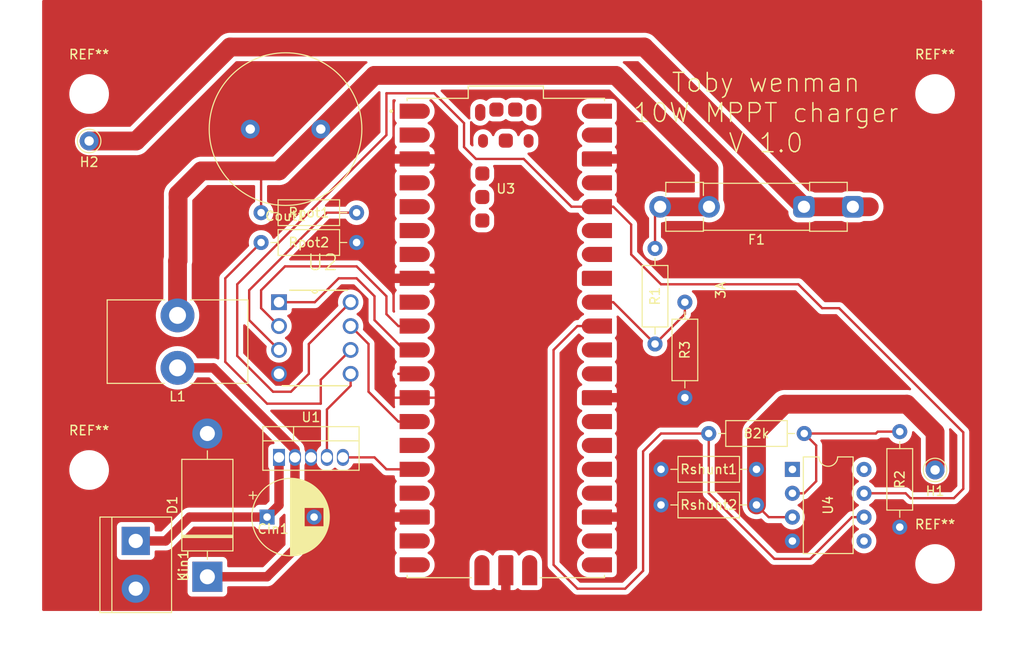
<source format=kicad_pcb>
(kicad_pcb (version 20211014) (generator pcbnew)
  (layers (0 "F.Cu" signal) (31 "B.Cu" signal) (34 "B.Paste" user) (35 "F.Paste" user) (36 "B.SilkS" user "B.Silkscreen") (37 "F.SilkS" user "F.Silkscreen") (38 "B.Mask" user) (39 "F.Mask" user) (44 "Edge.Cuts" user))
  (net 0 "")
  (net 1 "Net-(Cin1-Pad1)")
  (net 2 "GND")
  (net 3 "Vout")
  (net 4 "Net-(D1-Pad1)")
  (net 5 "+BATT")
  (net 6 "Net-(Rpot1-Pad2)")
  (net 7 "Net-(Rpot2-Pad2)")
  (net 8 "Net-(U1-Pad4)")
  (net 9 "Net-(U1-Pad5)")
  (net 10 "Net-(U2-Pad2)")
  (net 11 "Net-(U2-Pad7)")
  (net 12 "+3.3V")
  (net 29 "Net-(R1-Pad1)")
  (net 46 "Net-(U3-PadA)")
  (net 47 "Net-(R2-Pad2)")
  (net 48 "Net-(Rf1-Pad1)")
  (net 49 "-BATT")
  (net 54 "unconnected-(U3-Pad12)")
  (net 55 "Net-(U2-Pad1)")
  (footprint "Fuse:Fuseholder_Clip-5x20mm_Littelfuse_445-030_Inline_P20.50x5.20mm_D1.30mm_Horizontal" (layer "F.Cu") (at 137.25 47 180)
    (fp_text reference "F1")
    (fp_text value "Fuse")
  )
  (footprint "Package_DIP:DIP-8_W7.62mm" (layer "F.Cu") (at 130.82 74.94)
    (fp_text reference "U4")
    (fp_text value "MCP601-xP")
  )
  (footprint "X9C103P:DIP254P762X533-8" (layer "F.Cu") (at 83.82 64.77)
    (fp_text reference "U2")
    (fp_text value "X9C103P")
  )
  (footprint "MountingHole:MountingHole_3.2mm_M3" (layer "F.Cu") (at 146 85)
    (fp_text reference "REF**")
    (fp_text value "MountingHole_3.2mm_M3")
  )
  (footprint "MountingHole:MountingHole_3.2mm_M3" (layer "F.Cu") (at 56 35)
    (fp_text reference "REF**")
    (fp_text value "MountingHole_3.2mm_M3")
  )
  (footprint "Resistor_THT:R_Axial_DIN0207_L6.3mm_D2.5mm_P10.16mm_Horizontal" (layer "F.Cu") (at 121.92 71.12)
    (fp_text reference "Rf1" hide)
    (fp_text value "82k")
  )
  (footprint "SC0915:MODULE_SC0915" (layer "F.Cu") (at 100.33 60.96)
    (fp_text reference "U3")
    (fp_text value "SC0915")
  )
  (footprint "Connector_Pin:Pin_D1.0mm_L10.0mm" (layer "F.Cu") (at 146 75)
    (fp_text reference "H1")
    (fp_text value "MountingHole_Pad")
  )
  (footprint "Inductor_THT:L_Toroid_Vertical_L14.7mm_W8.6mm_P5.58mm_Pulse_KM-1" (layer "F.Cu") (at 65.405 64.135 180)
    (fp_text reference "L1")
    (fp_text value "100uF")
  )
  (footprint "Capacitor_THT:CP_Radial_D8.0mm_P5.00mm" (layer "F.Cu") (at 74.93 80.01)
    (fp_text reference "Cin1")
    (fp_text value "100uF")
  )
  (footprint "MountingHole:MountingHole_3.2mm_M3" (layer "F.Cu") (at 56 75)
    (fp_text reference "REF**")
    (fp_text value "MountingHole_3.2mm_M3")
  )
  (footprint "Resistor_THT:R_Axial_DIN0207_L6.3mm_D2.5mm_P10.16mm_Horizontal" (layer "F.Cu") (at 127 78.72 180)
    (fp_text reference "Rshunt2")
    (fp_text value "0R1")
  )
  (footprint "Diode_THT:D_DO-201AD_P15.24mm_Horizontal" (layer "F.Cu") (at 68.58 86.36 90)
    (fp_text reference "D1")
    (fp_text value "1N5822")
  )
  (footprint "Resistor_THT:R_Axial_DIN0207_L6.3mm_D2.5mm_P10.16mm_Horizontal" (layer "F.Cu") (at 116.205 61.595 90)
    (fp_text reference "R1")
    (fp_text value "1k8")
  )
  (footprint "MountingHole:MountingHole_3.2mm_M3" (layer "F.Cu") (at 146 35)
    (fp_text reference "REF**")
    (fp_text value "MountingHole_3.2mm_M3")
  )
  (footprint "Resistor_THT:R_Axial_DIN0207_L6.3mm_D2.5mm_P10.16mm_Horizontal" (layer "F.Cu") (at 127 74.93 180)
    (fp_text reference "Rshunt1")
    (fp_text value "0R1")
  )
  (footprint "Resistor_THT:R_Axial_DIN0207_L6.3mm_D2.5mm_P10.16mm_Horizontal" (layer "F.Cu") (at 74.295 47.625)
    (fp_text reference "Rpot1")
    (fp_text value "12k5")
  )
  (footprint "Package_TO_SOT_THT:TO-220-5_Vertical" (layer "F.Cu") (at 76.2 73.66)
    (fp_text reference "U1")
    (fp_text value "LM2576T-ADJ")
  )
  (footprint "Resistor_THT:R_Axial_DIN0207_L6.3mm_D2.5mm_P10.16mm_Horizontal" (layer "F.Cu") (at 84.455 50.8 180)
    (fp_text reference "Rpot2")
    (fp_text value "10k")
  )
  (footprint "Resistor_THT:R_Axial_DIN0207_L6.3mm_D2.5mm_P10.16mm_Horizontal" (layer "F.Cu") (at 142.24 81.08 90)
    (fp_text reference "R2")
    (fp_text value "3k9")
  )
  (footprint "TerminalBlock:TerminalBlock_bornier-2_P5.08mm" (layer "F.Cu") (at 60.96 82.55 -90)
    (fp_text reference "Jin1")
    (fp_text value "Screw_Terminal_01x02")
  )
  (footprint "Capacitor_THT:C_Radial_D16.0mm_H25.0mm_P7.50mm" (layer "F.Cu") (at 80.645 38.735 180)
    (fp_text reference "Cout1")
    (fp_text value "1000uF")
  )
  (footprint "Resistor_THT:R_Axial_DIN0207_L6.3mm_D2.5mm_P10.16mm_Horizontal" (layer "F.Cu") (at 119.38 67.31 90)
    (fp_text reference "R3")
    (fp_text value "8k2")
  )
  (footprint "Connector_Pin:Pin_D1.0mm_L10.0mm" (layer "F.Cu") (at 56 40)
    (fp_text reference "H2")
    (fp_text value "MountingHole_Pad")
  )
  (gr_text "3A" (at 123.19 55.88 90) (layer "F.SilkS") (effects (font (size 1 1))))
  (gr_text "Toby wenman\n10W MPPT charger\nV 1.0" (at 128 37) (layer "F.SilkS") (effects (font (size 2 2))))
  (gr_text "82k" (at 127 71.12) (layer "F.SilkS") (effects (font (size 1 1))))
  (segment (start 76.2 73.66) (end 76.2 78.74) (width 1) (layer "F.Cu") (net 1))
  (segment (start 66.675 80.01) (end 64.135 82.55) (width 1) (layer "F.Cu") (net 1))
  (segment (start 76.2 78.74) (end 74.93 80.01) (width 1) (layer "F.Cu") (net 1))
  (segment (start 74.93 80.01) (end 66.675 80.01) (width 1) (layer "F.Cu") (net 1))
  (segment (start 64.135 82.55) (end 60.96 82.55) (width 1) (layer "F.Cu") (net 1))
  (segment (start 90.64 54.61) (end 93.345 54.61) (width 1) (layer "F.Cu") (net 2))
  (segment (start 110.02 41.91) (end 113.03 41.91) (width 1) (layer "F.Cu") (net 2))
  (segment (start 100.33 85.66) (end 100.33 88.9) (width 1) (layer "F.Cu") (net 2))
  (segment (start 90.64 67.31) (end 93.345 67.31) (width 0.25) (layer "F.Cu") (net 2))
  (segment (start 110.02 67.31) (end 113.03 67.31) (width 1) (layer "F.Cu") (net 2))
  (segment (start 90.64 41.91) (end 88.265 41.91) (width 1) (layer "F.Cu") (net 2))
  (segment (start 90.64 80.01) (end 86.995 80.01) (width 1) (layer "F.Cu") (net 2))
  (segment (start 110.02 80.01) (end 113.03 80.01) (width 1) (layer "F.Cu") (net 2))
  (segment (start 90.64 41.91) (end 93.345 41.91) (width 1) (layer "F.Cu") (net 2))
  (segment (start 90.64 54.61) (end 87.63 54.61) (width 1) (layer "F.Cu") (net 2))
  (segment (start 80.01 80.09) (end 79.93 80.01) (width 0.25) (layer "F.Cu") (net 2))
  (segment (start 90.64 67.31) (end 90.313308 67.31) (width 0.25) (layer "F.Cu") (net 2))
  (segment (start 90.64 67.31) (end 88.265 67.31) (width 0.25) (layer "F.Cu") (net 2))
  (segment (start 65.405 52.765) (end 65.405 58.555) (width 2) (layer "F.Cu") (net 3))
  (segment (start 65.465 45.66) (end 67.945 43.18) (width 2) (layer "F.Cu") (net 3))
  (segment (start 76.2 43.18) (end 80.645 38.735) (width 2) (layer "F.Cu") (net 3))
  (segment (start 116.205 47.545) (end 116.75 47) (width 0.25) (layer "F.Cu") (net 3))
  (segment (start 121.95 47) (end 116.75 47) (width 2) (layer "F.Cu") (net 3))
  (segment (start 121.95 42.95) (end 121.95 47) (width 2) (layer "F.Cu") (net 3))
  (segment (start 74.295 47.625) (end 74.295 43.18) (width 0.25) (layer "F.Cu") (net 3))
  (segment (start 86.36 33.02) (end 112.02 33.02) (width 2) (layer "F.Cu") (net 3))
  (segment (start 74.295 43.18) (end 76.2 43.18) (width 2) (layer "F.Cu") (net 3))
  (segment (start 65.405 52.765) (end 65.465 52.705) (width 2) (layer "F.Cu") (net 3))
  (segment (start 116.205 51.435) (end 116.205 47.545) (width 0.25) (layer "F.Cu") (net 3))
  (segment (start 112.02 33.02) (end 121.95 42.95) (width 2) (layer "F.Cu") (net 3))
  (segment (start 66.04 47.625) (end 65.465 47.05) (width 0.25) (layer "F.Cu") (net 3))
  (segment (start 80.645 38.735) (end 86.36 33.02) (width 2) (layer "F.Cu") (net 3))
  (segment (start 65.465 47.05) (end 65.465 45.66) (width 2) (layer "F.Cu") (net 3))
  (segment (start 67.945 43.18) (end 74.295 43.18) (width 2) (layer "F.Cu") (net 3))
  (segment (start 65.465 52.705) (end 65.465 47.05) (width 2) (layer "F.Cu") (net 3))
  (segment (start 74.93 86.36) (end 68.58 86.36) (width 1) (layer "F.Cu") (net 4))
  (segment (start 77.9 73.66) (end 77.9 83.39) (width 1) (layer "F.Cu") (net 4))
  (segment (start 69.215 64.135) (end 65.405 64.135) (width 1) (layer "F.Cu") (net 4))
  (segment (start 77.9 72.82) (end 69.215 64.135) (width 1) (layer "F.Cu") (net 4))
  (segment (start 77.9 83.39) (end 74.93 86.36) (width 1) (layer "F.Cu") (net 4))
  (segment (start 77.9 73.66) (end 77.9 72.82) (width 1) (layer "F.Cu") (net 4))
  (segment (start 139 47) (end 137.25 47) (width 2) (layer "F.Cu") (net 5))
  (segment (start 71 30) (end 61 40) (width 2) (layer "F.Cu") (net 5))
  (segment (start 115.05 30) (end 71 30) (width 2) (layer "F.Cu") (net 5))
  (segment (start 61 40) (end 56 40) (width 2) (layer "F.Cu") (net 5))
  (segment (start 137.25 47) (end 132.05 47) (width 2) (layer "F.Cu") (net 5))
  (segment (start 132.05 47) (end 115.05 30) (width 2) (layer "F.Cu") (net 5))
  (segment (start 73.025 59.055) (end 73.025 55.88) (width 0.25) (layer "F.Cu") (net 6))
  (segment (start 73.025 55.88) (end 81.28 47.625) (width 0.25) (layer "F.Cu") (net 6))
  (segment (start 81.28 47.625) (end 84.455 47.625) (width 0.25) (layer "F.Cu") (net 6))
  (segment (start 76.2 62.23) (end 73.025 59.055) (width 0.25) (layer "F.Cu") (net 6))
  (segment (start 80.645 67.945) (end 80.645 65.405) (width 0.25) (layer "F.Cu") (net 7))
  (segment (start 74.295 50.8) (end 70.485 54.61) (width 0.25) (layer "F.Cu") (net 7))
  (segment (start 80.645 65.405) (end 83.82 62.23) (width 0.25) (layer "F.Cu") (net 7))
  (segment (start 74.93 67.945) (end 80.645 67.945) (width 0.25) (layer "F.Cu") (net 7))
  (segment (start 70.485 63.5) (end 74.93 67.945) (width 0.25) (layer "F.Cu") (net 7))
  (segment (start 70.485 54.61) (end 70.485 63.5) (width 0.25) (layer "F.Cu") (net 7))
  (segment (start 81.3 68.56) (end 83.82 66.04) (width 0.25) (layer "F.Cu") (net 8))
  (segment (start 81.3 73.66) (end 81.3 68.56) (width 0.25) (layer "F.Cu") (net 8))
  (segment (start 83.82 66.04) (end 83.82 64.77) (width 0.25) (layer "F.Cu") (net 8))
  (segment (start 86.36 73.66) (end 87.63 74.93) (width 0.25) (layer "F.Cu") (net 9))
  (segment (start 87.63 74.93) (end 90.64 74.93) (width 0.25) (layer "F.Cu") (net 9))
  (segment (start 83 73.66) (end 86.36 73.66) (width 0.25) (layer "F.Cu") (net 9))
  (segment (start 88.9 59.69) (end 90.64 59.69) (width 0.25) (layer "F.Cu") (net 10))
  (segment (start 87.63 56.515) (end 87.63 58.42) (width 0.25) (layer "F.Cu") (net 10))
  (segment (start 76.2 59.69) (end 74.295 57.785) (width 0.25) (layer "F.Cu") (net 10))
  (segment (start 87.63 58.42) (end 88.9 59.69) (width 0.25) (layer "F.Cu") (net 10))
  (segment (start 74.295 57.785) (end 74.295 55.88) (width 0.25) (layer "F.Cu") (net 10))
  (segment (start 76.835 53.34) (end 84.455 53.34) (width 0.25) (layer "F.Cu") (net 10))
  (segment (start 84.455 53.34) (end 87.63 56.515) (width 0.25) (layer "F.Cu") (net 10))
  (segment (start 74.295 55.88) (end 76.835 53.34) (width 0.25) (layer "F.Cu") (net 10))
  (segment (start 85.725 61.595) (end 85.725 66.675) (width 0.25) (layer "F.Cu") (net 11))
  (segment (start 83.82 59.69) (end 85.725 61.595) (width 0.25) (layer "F.Cu") (net 11))
  (segment (start 88.9 69.85) (end 90.64 69.85) (width 0.25) (layer "F.Cu") (net 11))
  (segment (start 85.725 66.675) (end 88.9 69.85) (width 0.25) (layer "F.Cu") (net 11))
  (segment (start 83.82 57.15) (end 79.375 61.595) (width 0.25) (layer "F.Cu") (net 12))
  (segment (start 143.385 78) (end 148 78) (width 0.25) (layer "F.Cu") (net 12))
  (segment (start 131.445 55.245) (end 116.84 55.245) (width 0.25) (layer "F.Cu") (net 12))
  (segment (start 92.71 34.925) (end 95.885 38.1) (width 0.25) (layer "F.Cu") (net 12))
  (segment (start 87.63 34.925) (end 92.71 34.925) (width 0.25) (layer "F.Cu") (net 12))
  (segment (start 97.155 41.91) (end 102.235 41.91) (width 0.25) (layer "F.Cu") (net 12))
  (segment (start 113.665 48.895) (end 111.76 46.99) (width 0.25) (layer "F.Cu") (net 12))
  (segment (start 111.76 46.99) (end 110.02 46.99) (width 0.25) (layer "F.Cu") (net 12))
  (segment (start 138.44 77.48) (end 142.865 77.48) (width 0.25) (layer "F.Cu") (net 12))
  (segment (start 95.885 38.1) (end 95.885 40.64) (width 0.25) (layer "F.Cu") (net 12))
  (segment (start 116.84 55.245) (end 113.665 52.07) (width 0.25) (layer "F.Cu") (net 12))
  (segment (start 142.865 77.48) (end 143.385 78) (width 0.25) (layer "F.Cu") (net 12))
  (segment (start 107.315 46.99) (end 110.02 46.99) (width 0.25) (layer "F.Cu") (net 12))
  (segment (start 87.63 39.37) (end 87.63 34.925) (width 0.25) (layer "F.Cu") (net 12))
  (segment (start 149 71) (end 135.785 57.785) (width 0.25) (layer "F.Cu") (net 12))
  (segment (start 133.985 57.785) (end 131.445 55.245) (width 0.25) (layer "F.Cu") (net 12))
  (segment (start 75.565 66.675) (end 71.755 62.865) (width 0.25) (layer "F.Cu") (net 12))
  (segment (start 148 78) (end 149 77) (width 0.25) (layer "F.Cu") (net 12))
  (segment (start 71.755 62.865) (end 71.755 55.245) (width 0.25) (layer "F.Cu") (net 12))
  (segment (start 113.665 52.07) (end 113.665 48.895) (width 0.25) (layer "F.Cu") (net 12))
  (segment (start 102.235 41.91) (end 107.315 46.99) (width 0.25) (layer "F.Cu") (net 12))
  (segment (start 135.785 57.785) (end 133.985 57.785) (width 0.25) (layer "F.Cu") (net 12))
  (segment (start 77.47 66.675) (end 75.565 66.675) (width 0.25) (layer "F.Cu") (net 12))
  (segment (start 71.755 55.245) (end 87.63 39.37) (width 0.25) (layer "F.Cu") (net 12))
  (segment (start 149 77) (end 149 71) (width 0.25) (layer "F.Cu") (net 12))
  (segment (start 79.375 64.77) (end 77.47 66.675) (width 0.25) (layer "F.Cu") (net 12))
  (segment (start 95.885 40.64) (end 97.155 41.91) (width 0.25) (layer "F.Cu") (net 12))
  (segment (start 79.375 61.595) (end 79.375 64.77) (width 0.25) (layer "F.Cu") (net 12))
  (segment (start 111.76 57.15) (end 116.205 61.595) (width 0.25) (layer "F.Cu") (net 29))
  (segment (start 110.02 57.15) (end 111.76 57.15) (width 0.25) (layer "F.Cu") (net 29))
  (segment (start 119.38 57.15) (end 119.38 58.42) (width 0.25) (layer "F.Cu") (net 29))
  (segment (start 119.38 58.42) (end 116.205 61.595) (width 0.25) (layer "F.Cu") (net 29))
  (segment (start 133.35 72.39) (end 133.35 76.2) (width 0.25) (layer "F.Cu") (net 47))
  (segment (start 139.9 70.92) (end 142.24 70.92) (width 0.25) (layer "F.Cu") (net 47))
  (segment (start 133.35 76.2) (end 132.07 77.48) (width 0.25) (layer "F.Cu") (net 47))
  (segment (start 132.08 71.12) (end 133.35 72.39) (width 0.25) (layer "F.Cu") (net 47))
  (segment (start 132.07 77.48) (end 130.82 77.48) (width 0.25) (layer "F.Cu") (net 47))
  (segment (start 139.7 71.12) (end 139.9 70.92) (width 0.25) (layer "F.Cu") (net 47))
  (segment (start 132.08 71.12) (end 139.7 71.12) (width 0.25) (layer "F.Cu") (net 47))
  (segment (start 121.92 71.12) (end 121.92 77.47) (width 0.25) (layer "F.Cu") (net 48))
  (segment (start 114.935 73.025) (end 114.935 85.725) (width 0.25) (layer "F.Cu") (net 48))
  (segment (start 121.92 71.12) (end 116.84 71.12) (width 0.25) (layer "F.Cu") (net 48))
  (segment (start 116.84 71.12) (end 114.935 73.025) (width 0.25) (layer "F.Cu") (net 48))
  (segment (start 110.02 59.69) (end 110.34669 59.69) (width 0.25) (layer "F.Cu") (net 48))
  (segment (start 121.92 77.47) (end 128.905 84.455) (width 0.25) (layer "F.Cu") (net 48))
  (segment (start 105.41 62.23) (end 107.95 59.69) (width 0.25) (layer "F.Cu") (net 48))
  (segment (start 113.03 87.63) (end 107.95 87.63) (width 0.25) (layer "F.Cu") (net 48))
  (segment (start 132.715 84.455) (end 137.15 80.02) (width 0.25) (layer "F.Cu") (net 48))
  (segment (start 105.41 85.09) (end 105.41 62.23) (width 0.25) (layer "F.Cu") (net 48))
  (segment (start 114.935 85.725) (end 113.03 87.63) (width 0.25) (layer "F.Cu") (net 48))
  (segment (start 107.95 59.69) (end 110.02 59.69) (width 0.25) (layer "F.Cu") (net 48))
  (segment (start 137.15 80.02) (end 138.44 80.02) (width 0.25) (layer "F.Cu") (net 48))
  (segment (start 107.95 87.63) (end 105.41 85.09) (width 0.25) (layer "F.Cu") (net 48))
  (segment (start 128.905 84.455) (end 132.715 84.455) (width 0.25) (layer "F.Cu") (net 48))
  (segment (start 128.3 80.02) (end 127 78.72) (width 0.25) (layer "F.Cu") (net 49))
  (segment (start 127 78.72) (end 127 74.93) (width 2) (layer "F.Cu") (net 49))
  (segment (start 146 71) (end 146 75) (width 2) (layer "F.Cu") (net 49))
  (segment (start 127 74.93) (end 127 71) (width 2) (layer "F.Cu") (net 49))
  (segment (start 143 68) (end 146 71) (width 2) (layer "F.Cu") (net 49))
  (segment (start 130.82 80.02) (end 128.3 80.02) (width 0.25) (layer "F.Cu") (net 49))
  (segment (start 127 71) (end 130 68) (width 2) (layer "F.Cu") (net 49))
  (segment (start 130 68) (end 143 68) (width 2) (layer "F.Cu") (net 49))
  (segment (start 88.9 64.77) (end 90.64 64.77) (width 0.25) (layer "F.Cu") (net 54))
  (segment (start 89.535 62.23) (end 90.64 62.23) (width 0.25) (layer "F.Cu") (net 55))
  (segment (start 86.36 59.055) (end 89.535 62.23) (width 0.25) (layer "F.Cu") (net 55))
  (segment (start 80.01 57.15) (end 82.55 54.61) (width 0.25) (layer "F.Cu") (net 55))
  (segment (start 82.55 54.61) (end 84.455 54.61) (width 0.25) (layer "F.Cu") (net 55))
  (segment (start 76.2 57.15) (end 80.01 57.15) (width 0.25) (layer "F.Cu") (net 55))
  (segment (start 86.36 56.515) (end 86.36 59.055) (width 0.25) (layer "F.Cu") (net 55))
  (segment (start 84.455 54.61) (end 86.36 56.515) (width 0.25) (layer "F.Cu") (net 55))
  (zone (net 2) (net_name "GND") (layer "F.Cu") (connect_pads yes (clearance 0.508)) (min_thickness 0.254) (fill yes (thermal_gap 0.508) (thermal_bridge_width 0.508))
    (polygon (pts (xy 151 90) (xy 51 90) (xy 51 25) (xy 151 25)))
  )
)
</source>
